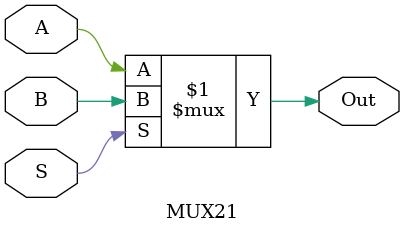
<source format=v>
module MUX21(A, B, S, Out);

output Out;
input A, B, S;

assign Out =(S) ? B : A;
endmodule

</source>
